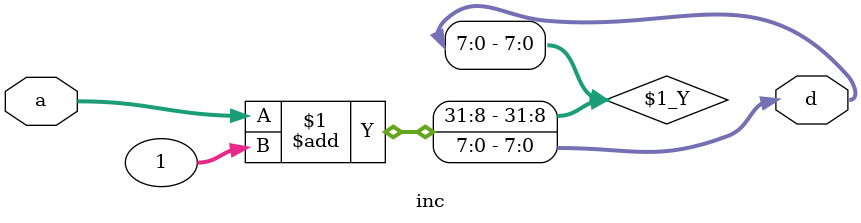
<source format=v>
`timescale 1ns / 1ps
module inc #(parameter DATAWIDTH = 8) ( a, d);
    input [DATAWIDTH-1:0] a;
    output [DATAWIDTH-1:0] d;
    
    assign d = a+1;
endmodule

</source>
